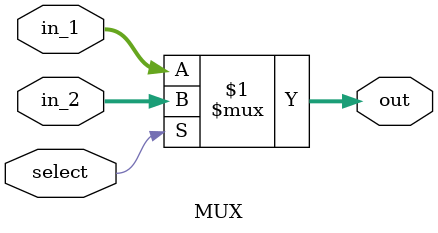
<source format=v>
module MUX(
	input[31:0] in_1, in_2, 
	input select, 
	output[31:0] out
);
  assign out = select ? in_2 : in_1;
endmodule
</source>
